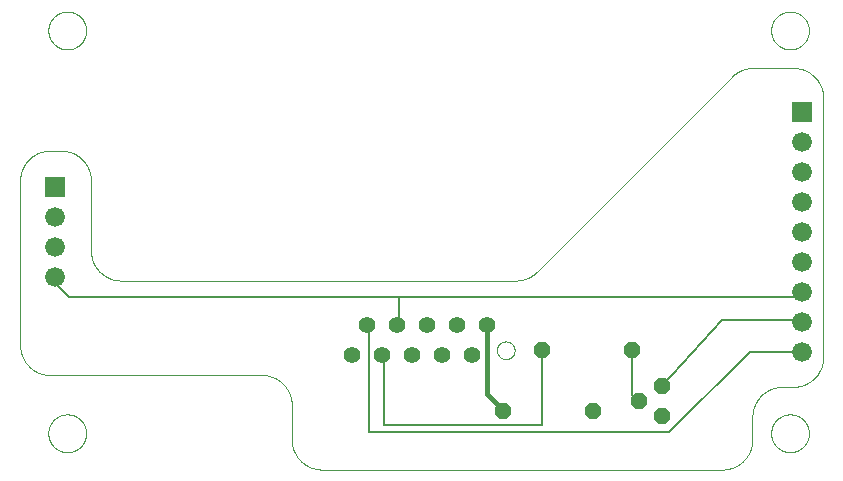
<source format=gbl>
G75*
%MOIN*%
%OFA0B0*%
%FSLAX25Y25*%
%IPPOS*%
%LPD*%
%AMOC8*
5,1,8,0,0,1.08239X$1,22.5*
%
%ADD10C,0.00000*%
%ADD11OC8,0.05200*%
%ADD12C,0.06600*%
%ADD13R,0.06600X0.06600*%
%ADD14C,0.05600*%
%ADD15C,0.00800*%
%ADD16C,0.01600*%
D10*
X0010410Y0013087D02*
X0010412Y0013245D01*
X0010418Y0013403D01*
X0010428Y0013561D01*
X0010442Y0013719D01*
X0010460Y0013876D01*
X0010481Y0014033D01*
X0010507Y0014189D01*
X0010537Y0014345D01*
X0010570Y0014500D01*
X0010608Y0014653D01*
X0010649Y0014806D01*
X0010694Y0014958D01*
X0010743Y0015109D01*
X0010796Y0015258D01*
X0010852Y0015406D01*
X0010912Y0015552D01*
X0010976Y0015697D01*
X0011044Y0015840D01*
X0011115Y0015982D01*
X0011189Y0016122D01*
X0011267Y0016259D01*
X0011349Y0016395D01*
X0011433Y0016529D01*
X0011522Y0016660D01*
X0011613Y0016789D01*
X0011708Y0016916D01*
X0011805Y0017041D01*
X0011906Y0017163D01*
X0012010Y0017282D01*
X0012117Y0017399D01*
X0012227Y0017513D01*
X0012340Y0017624D01*
X0012455Y0017733D01*
X0012573Y0017838D01*
X0012694Y0017940D01*
X0012817Y0018040D01*
X0012943Y0018136D01*
X0013071Y0018229D01*
X0013201Y0018319D01*
X0013334Y0018405D01*
X0013469Y0018489D01*
X0013605Y0018568D01*
X0013744Y0018645D01*
X0013885Y0018717D01*
X0014027Y0018787D01*
X0014171Y0018852D01*
X0014317Y0018914D01*
X0014464Y0018972D01*
X0014613Y0019027D01*
X0014763Y0019078D01*
X0014914Y0019125D01*
X0015066Y0019168D01*
X0015219Y0019207D01*
X0015374Y0019243D01*
X0015529Y0019274D01*
X0015685Y0019302D01*
X0015841Y0019326D01*
X0015998Y0019346D01*
X0016156Y0019362D01*
X0016313Y0019374D01*
X0016472Y0019382D01*
X0016630Y0019386D01*
X0016788Y0019386D01*
X0016946Y0019382D01*
X0017105Y0019374D01*
X0017262Y0019362D01*
X0017420Y0019346D01*
X0017577Y0019326D01*
X0017733Y0019302D01*
X0017889Y0019274D01*
X0018044Y0019243D01*
X0018199Y0019207D01*
X0018352Y0019168D01*
X0018504Y0019125D01*
X0018655Y0019078D01*
X0018805Y0019027D01*
X0018954Y0018972D01*
X0019101Y0018914D01*
X0019247Y0018852D01*
X0019391Y0018787D01*
X0019533Y0018717D01*
X0019674Y0018645D01*
X0019813Y0018568D01*
X0019949Y0018489D01*
X0020084Y0018405D01*
X0020217Y0018319D01*
X0020347Y0018229D01*
X0020475Y0018136D01*
X0020601Y0018040D01*
X0020724Y0017940D01*
X0020845Y0017838D01*
X0020963Y0017733D01*
X0021078Y0017624D01*
X0021191Y0017513D01*
X0021301Y0017399D01*
X0021408Y0017282D01*
X0021512Y0017163D01*
X0021613Y0017041D01*
X0021710Y0016916D01*
X0021805Y0016789D01*
X0021896Y0016660D01*
X0021985Y0016529D01*
X0022069Y0016395D01*
X0022151Y0016259D01*
X0022229Y0016122D01*
X0022303Y0015982D01*
X0022374Y0015840D01*
X0022442Y0015697D01*
X0022506Y0015552D01*
X0022566Y0015406D01*
X0022622Y0015258D01*
X0022675Y0015109D01*
X0022724Y0014958D01*
X0022769Y0014806D01*
X0022810Y0014653D01*
X0022848Y0014500D01*
X0022881Y0014345D01*
X0022911Y0014189D01*
X0022937Y0014033D01*
X0022958Y0013876D01*
X0022976Y0013719D01*
X0022990Y0013561D01*
X0023000Y0013403D01*
X0023006Y0013245D01*
X0023008Y0013087D01*
X0023006Y0012929D01*
X0023000Y0012771D01*
X0022990Y0012613D01*
X0022976Y0012455D01*
X0022958Y0012298D01*
X0022937Y0012141D01*
X0022911Y0011985D01*
X0022881Y0011829D01*
X0022848Y0011674D01*
X0022810Y0011521D01*
X0022769Y0011368D01*
X0022724Y0011216D01*
X0022675Y0011065D01*
X0022622Y0010916D01*
X0022566Y0010768D01*
X0022506Y0010622D01*
X0022442Y0010477D01*
X0022374Y0010334D01*
X0022303Y0010192D01*
X0022229Y0010052D01*
X0022151Y0009915D01*
X0022069Y0009779D01*
X0021985Y0009645D01*
X0021896Y0009514D01*
X0021805Y0009385D01*
X0021710Y0009258D01*
X0021613Y0009133D01*
X0021512Y0009011D01*
X0021408Y0008892D01*
X0021301Y0008775D01*
X0021191Y0008661D01*
X0021078Y0008550D01*
X0020963Y0008441D01*
X0020845Y0008336D01*
X0020724Y0008234D01*
X0020601Y0008134D01*
X0020475Y0008038D01*
X0020347Y0007945D01*
X0020217Y0007855D01*
X0020084Y0007769D01*
X0019949Y0007685D01*
X0019813Y0007606D01*
X0019674Y0007529D01*
X0019533Y0007457D01*
X0019391Y0007387D01*
X0019247Y0007322D01*
X0019101Y0007260D01*
X0018954Y0007202D01*
X0018805Y0007147D01*
X0018655Y0007096D01*
X0018504Y0007049D01*
X0018352Y0007006D01*
X0018199Y0006967D01*
X0018044Y0006931D01*
X0017889Y0006900D01*
X0017733Y0006872D01*
X0017577Y0006848D01*
X0017420Y0006828D01*
X0017262Y0006812D01*
X0017105Y0006800D01*
X0016946Y0006792D01*
X0016788Y0006788D01*
X0016630Y0006788D01*
X0016472Y0006792D01*
X0016313Y0006800D01*
X0016156Y0006812D01*
X0015998Y0006828D01*
X0015841Y0006848D01*
X0015685Y0006872D01*
X0015529Y0006900D01*
X0015374Y0006931D01*
X0015219Y0006967D01*
X0015066Y0007006D01*
X0014914Y0007049D01*
X0014763Y0007096D01*
X0014613Y0007147D01*
X0014464Y0007202D01*
X0014317Y0007260D01*
X0014171Y0007322D01*
X0014027Y0007387D01*
X0013885Y0007457D01*
X0013744Y0007529D01*
X0013605Y0007606D01*
X0013469Y0007685D01*
X0013334Y0007769D01*
X0013201Y0007855D01*
X0013071Y0007945D01*
X0012943Y0008038D01*
X0012817Y0008134D01*
X0012694Y0008234D01*
X0012573Y0008336D01*
X0012455Y0008441D01*
X0012340Y0008550D01*
X0012227Y0008661D01*
X0012117Y0008775D01*
X0012010Y0008892D01*
X0011906Y0009011D01*
X0011805Y0009133D01*
X0011708Y0009258D01*
X0011613Y0009385D01*
X0011522Y0009514D01*
X0011433Y0009645D01*
X0011349Y0009779D01*
X0011267Y0009915D01*
X0011189Y0010052D01*
X0011115Y0010192D01*
X0011044Y0010334D01*
X0010976Y0010477D01*
X0010912Y0010622D01*
X0010852Y0010768D01*
X0010796Y0010916D01*
X0010743Y0011065D01*
X0010694Y0011216D01*
X0010649Y0011368D01*
X0010608Y0011521D01*
X0010570Y0011674D01*
X0010537Y0011829D01*
X0010507Y0011985D01*
X0010481Y0012141D01*
X0010460Y0012298D01*
X0010442Y0012455D01*
X0010428Y0012613D01*
X0010418Y0012771D01*
X0010412Y0012929D01*
X0010410Y0013087D01*
X0011000Y0032496D02*
X0081551Y0032496D01*
X0081793Y0032493D01*
X0082034Y0032484D01*
X0082275Y0032470D01*
X0082516Y0032449D01*
X0082756Y0032423D01*
X0082996Y0032391D01*
X0083235Y0032353D01*
X0083472Y0032310D01*
X0083709Y0032260D01*
X0083944Y0032205D01*
X0084178Y0032145D01*
X0084410Y0032078D01*
X0084641Y0032007D01*
X0084870Y0031929D01*
X0085097Y0031846D01*
X0085322Y0031758D01*
X0085545Y0031664D01*
X0085765Y0031565D01*
X0085983Y0031460D01*
X0086198Y0031351D01*
X0086411Y0031236D01*
X0086621Y0031116D01*
X0086827Y0030991D01*
X0087031Y0030861D01*
X0087232Y0030726D01*
X0087429Y0030586D01*
X0087623Y0030442D01*
X0087813Y0030293D01*
X0087999Y0030139D01*
X0088182Y0029981D01*
X0088361Y0029819D01*
X0088536Y0029652D01*
X0088707Y0029481D01*
X0088874Y0029306D01*
X0089036Y0029127D01*
X0089194Y0028944D01*
X0089348Y0028758D01*
X0089497Y0028568D01*
X0089641Y0028374D01*
X0089781Y0028177D01*
X0089916Y0027976D01*
X0090046Y0027772D01*
X0090171Y0027566D01*
X0090291Y0027356D01*
X0090406Y0027143D01*
X0090515Y0026928D01*
X0090620Y0026710D01*
X0090719Y0026490D01*
X0090813Y0026267D01*
X0090901Y0026042D01*
X0090984Y0025815D01*
X0091062Y0025586D01*
X0091133Y0025355D01*
X0091200Y0025123D01*
X0091260Y0024889D01*
X0091315Y0024654D01*
X0091365Y0024417D01*
X0091408Y0024180D01*
X0091446Y0023941D01*
X0091478Y0023701D01*
X0091504Y0023461D01*
X0091525Y0023220D01*
X0091539Y0022979D01*
X0091548Y0022738D01*
X0091551Y0022496D01*
X0091551Y0011000D01*
X0091554Y0010758D01*
X0091563Y0010517D01*
X0091577Y0010276D01*
X0091598Y0010035D01*
X0091624Y0009795D01*
X0091656Y0009555D01*
X0091694Y0009316D01*
X0091737Y0009079D01*
X0091787Y0008842D01*
X0091842Y0008607D01*
X0091902Y0008373D01*
X0091969Y0008141D01*
X0092040Y0007910D01*
X0092118Y0007681D01*
X0092201Y0007454D01*
X0092289Y0007229D01*
X0092383Y0007006D01*
X0092482Y0006786D01*
X0092587Y0006568D01*
X0092696Y0006353D01*
X0092811Y0006140D01*
X0092931Y0005930D01*
X0093056Y0005724D01*
X0093186Y0005520D01*
X0093321Y0005319D01*
X0093461Y0005122D01*
X0093605Y0004928D01*
X0093754Y0004738D01*
X0093908Y0004552D01*
X0094066Y0004369D01*
X0094228Y0004190D01*
X0094395Y0004015D01*
X0094566Y0003844D01*
X0094741Y0003677D01*
X0094920Y0003515D01*
X0095103Y0003357D01*
X0095289Y0003203D01*
X0095479Y0003054D01*
X0095673Y0002910D01*
X0095870Y0002770D01*
X0096071Y0002635D01*
X0096275Y0002505D01*
X0096481Y0002380D01*
X0096691Y0002260D01*
X0096904Y0002145D01*
X0097119Y0002036D01*
X0097337Y0001931D01*
X0097557Y0001832D01*
X0097780Y0001738D01*
X0098005Y0001650D01*
X0098232Y0001567D01*
X0098461Y0001489D01*
X0098692Y0001418D01*
X0098924Y0001351D01*
X0099158Y0001291D01*
X0099393Y0001236D01*
X0099630Y0001186D01*
X0099867Y0001143D01*
X0100106Y0001105D01*
X0100346Y0001073D01*
X0100586Y0001047D01*
X0100827Y0001026D01*
X0101068Y0001012D01*
X0101309Y0001003D01*
X0101551Y0001000D01*
X0235094Y0001000D01*
X0235336Y0001003D01*
X0235577Y0001012D01*
X0235818Y0001026D01*
X0236059Y0001047D01*
X0236299Y0001073D01*
X0236539Y0001105D01*
X0236778Y0001143D01*
X0237015Y0001186D01*
X0237252Y0001236D01*
X0237487Y0001291D01*
X0237721Y0001351D01*
X0237953Y0001418D01*
X0238184Y0001489D01*
X0238413Y0001567D01*
X0238640Y0001650D01*
X0238865Y0001738D01*
X0239088Y0001832D01*
X0239308Y0001931D01*
X0239526Y0002036D01*
X0239741Y0002145D01*
X0239954Y0002260D01*
X0240164Y0002380D01*
X0240370Y0002505D01*
X0240574Y0002635D01*
X0240775Y0002770D01*
X0240972Y0002910D01*
X0241166Y0003054D01*
X0241356Y0003203D01*
X0241542Y0003357D01*
X0241725Y0003515D01*
X0241904Y0003677D01*
X0242079Y0003844D01*
X0242250Y0004015D01*
X0242417Y0004190D01*
X0242579Y0004369D01*
X0242737Y0004552D01*
X0242891Y0004738D01*
X0243040Y0004928D01*
X0243184Y0005122D01*
X0243324Y0005319D01*
X0243459Y0005520D01*
X0243589Y0005724D01*
X0243714Y0005930D01*
X0243834Y0006140D01*
X0243949Y0006353D01*
X0244058Y0006568D01*
X0244163Y0006786D01*
X0244262Y0007006D01*
X0244356Y0007229D01*
X0244444Y0007454D01*
X0244527Y0007681D01*
X0244605Y0007910D01*
X0244676Y0008141D01*
X0244743Y0008373D01*
X0244803Y0008607D01*
X0244858Y0008842D01*
X0244908Y0009079D01*
X0244951Y0009316D01*
X0244989Y0009555D01*
X0245021Y0009795D01*
X0245047Y0010035D01*
X0245068Y0010276D01*
X0245082Y0010517D01*
X0245091Y0010758D01*
X0245094Y0011000D01*
X0245094Y0018559D01*
X0245097Y0018801D01*
X0245106Y0019042D01*
X0245120Y0019283D01*
X0245141Y0019524D01*
X0245167Y0019764D01*
X0245199Y0020004D01*
X0245237Y0020243D01*
X0245280Y0020480D01*
X0245330Y0020717D01*
X0245385Y0020952D01*
X0245445Y0021186D01*
X0245512Y0021418D01*
X0245583Y0021649D01*
X0245661Y0021878D01*
X0245744Y0022105D01*
X0245832Y0022330D01*
X0245926Y0022553D01*
X0246025Y0022773D01*
X0246130Y0022991D01*
X0246239Y0023206D01*
X0246354Y0023419D01*
X0246474Y0023629D01*
X0246599Y0023835D01*
X0246729Y0024039D01*
X0246864Y0024240D01*
X0247004Y0024437D01*
X0247148Y0024631D01*
X0247297Y0024821D01*
X0247451Y0025007D01*
X0247609Y0025190D01*
X0247771Y0025369D01*
X0247938Y0025544D01*
X0248109Y0025715D01*
X0248284Y0025882D01*
X0248463Y0026044D01*
X0248646Y0026202D01*
X0248832Y0026356D01*
X0249022Y0026505D01*
X0249216Y0026649D01*
X0249413Y0026789D01*
X0249614Y0026924D01*
X0249818Y0027054D01*
X0250024Y0027179D01*
X0250234Y0027299D01*
X0250447Y0027414D01*
X0250662Y0027523D01*
X0250880Y0027628D01*
X0251100Y0027727D01*
X0251323Y0027821D01*
X0251548Y0027909D01*
X0251775Y0027992D01*
X0252004Y0028070D01*
X0252235Y0028141D01*
X0252467Y0028208D01*
X0252701Y0028268D01*
X0252936Y0028323D01*
X0253173Y0028373D01*
X0253410Y0028416D01*
X0253649Y0028454D01*
X0253889Y0028486D01*
X0254129Y0028512D01*
X0254370Y0028533D01*
X0254611Y0028547D01*
X0254852Y0028556D01*
X0255094Y0028559D01*
X0258717Y0028559D01*
X0258959Y0028562D01*
X0259200Y0028571D01*
X0259441Y0028585D01*
X0259682Y0028606D01*
X0259922Y0028632D01*
X0260162Y0028664D01*
X0260401Y0028702D01*
X0260638Y0028745D01*
X0260875Y0028795D01*
X0261110Y0028850D01*
X0261344Y0028910D01*
X0261576Y0028977D01*
X0261807Y0029048D01*
X0262036Y0029126D01*
X0262263Y0029209D01*
X0262488Y0029297D01*
X0262711Y0029391D01*
X0262931Y0029490D01*
X0263149Y0029595D01*
X0263364Y0029704D01*
X0263577Y0029819D01*
X0263787Y0029939D01*
X0263993Y0030064D01*
X0264197Y0030194D01*
X0264398Y0030329D01*
X0264595Y0030469D01*
X0264789Y0030613D01*
X0264979Y0030762D01*
X0265165Y0030916D01*
X0265348Y0031074D01*
X0265527Y0031236D01*
X0265702Y0031403D01*
X0265873Y0031574D01*
X0266040Y0031749D01*
X0266202Y0031928D01*
X0266360Y0032111D01*
X0266514Y0032297D01*
X0266663Y0032487D01*
X0266807Y0032681D01*
X0266947Y0032878D01*
X0267082Y0033079D01*
X0267212Y0033283D01*
X0267337Y0033489D01*
X0267457Y0033699D01*
X0267572Y0033912D01*
X0267681Y0034127D01*
X0267786Y0034345D01*
X0267885Y0034565D01*
X0267979Y0034788D01*
X0268067Y0035013D01*
X0268150Y0035240D01*
X0268228Y0035469D01*
X0268299Y0035700D01*
X0268366Y0035932D01*
X0268426Y0036166D01*
X0268481Y0036401D01*
X0268531Y0036638D01*
X0268574Y0036875D01*
X0268612Y0037114D01*
X0268644Y0037354D01*
X0268670Y0037594D01*
X0268691Y0037835D01*
X0268705Y0038076D01*
X0268714Y0038317D01*
X0268717Y0038559D01*
X0268717Y0124858D01*
X0268714Y0125100D01*
X0268705Y0125341D01*
X0268691Y0125582D01*
X0268670Y0125823D01*
X0268644Y0126063D01*
X0268612Y0126303D01*
X0268574Y0126542D01*
X0268531Y0126779D01*
X0268481Y0127016D01*
X0268426Y0127251D01*
X0268366Y0127485D01*
X0268299Y0127717D01*
X0268228Y0127948D01*
X0268150Y0128177D01*
X0268067Y0128404D01*
X0267979Y0128629D01*
X0267885Y0128852D01*
X0267786Y0129072D01*
X0267681Y0129290D01*
X0267572Y0129505D01*
X0267457Y0129718D01*
X0267337Y0129928D01*
X0267212Y0130134D01*
X0267082Y0130338D01*
X0266947Y0130539D01*
X0266807Y0130736D01*
X0266663Y0130930D01*
X0266514Y0131120D01*
X0266360Y0131306D01*
X0266202Y0131489D01*
X0266040Y0131668D01*
X0265873Y0131843D01*
X0265702Y0132014D01*
X0265527Y0132181D01*
X0265348Y0132343D01*
X0265165Y0132501D01*
X0264979Y0132655D01*
X0264789Y0132804D01*
X0264595Y0132948D01*
X0264398Y0133088D01*
X0264197Y0133223D01*
X0263993Y0133353D01*
X0263787Y0133478D01*
X0263577Y0133598D01*
X0263364Y0133713D01*
X0263149Y0133822D01*
X0262931Y0133927D01*
X0262711Y0134026D01*
X0262488Y0134120D01*
X0262263Y0134208D01*
X0262036Y0134291D01*
X0261807Y0134369D01*
X0261576Y0134440D01*
X0261344Y0134507D01*
X0261110Y0134567D01*
X0260875Y0134622D01*
X0260638Y0134672D01*
X0260401Y0134715D01*
X0260162Y0134753D01*
X0259922Y0134785D01*
X0259682Y0134811D01*
X0259441Y0134832D01*
X0259200Y0134846D01*
X0258959Y0134855D01*
X0258717Y0134858D01*
X0245300Y0134858D01*
X0238229Y0131929D02*
X0173220Y0066921D01*
X0166149Y0063992D02*
X0034622Y0063992D01*
X0034380Y0063995D01*
X0034139Y0064004D01*
X0033898Y0064018D01*
X0033657Y0064039D01*
X0033417Y0064065D01*
X0033177Y0064097D01*
X0032938Y0064135D01*
X0032701Y0064178D01*
X0032464Y0064228D01*
X0032229Y0064283D01*
X0031995Y0064343D01*
X0031763Y0064410D01*
X0031532Y0064481D01*
X0031303Y0064559D01*
X0031076Y0064642D01*
X0030851Y0064730D01*
X0030628Y0064824D01*
X0030408Y0064923D01*
X0030190Y0065028D01*
X0029975Y0065137D01*
X0029762Y0065252D01*
X0029552Y0065372D01*
X0029346Y0065497D01*
X0029142Y0065627D01*
X0028941Y0065762D01*
X0028744Y0065902D01*
X0028550Y0066046D01*
X0028360Y0066195D01*
X0028174Y0066349D01*
X0027991Y0066507D01*
X0027812Y0066669D01*
X0027637Y0066836D01*
X0027466Y0067007D01*
X0027299Y0067182D01*
X0027137Y0067361D01*
X0026979Y0067544D01*
X0026825Y0067730D01*
X0026676Y0067920D01*
X0026532Y0068114D01*
X0026392Y0068311D01*
X0026257Y0068512D01*
X0026127Y0068716D01*
X0026002Y0068922D01*
X0025882Y0069132D01*
X0025767Y0069345D01*
X0025658Y0069560D01*
X0025553Y0069778D01*
X0025454Y0069998D01*
X0025360Y0070221D01*
X0025272Y0070446D01*
X0025189Y0070673D01*
X0025111Y0070902D01*
X0025040Y0071133D01*
X0024973Y0071365D01*
X0024913Y0071599D01*
X0024858Y0071834D01*
X0024808Y0072071D01*
X0024765Y0072308D01*
X0024727Y0072547D01*
X0024695Y0072787D01*
X0024669Y0073027D01*
X0024648Y0073268D01*
X0024634Y0073509D01*
X0024625Y0073750D01*
X0024622Y0073992D01*
X0024622Y0097299D01*
X0024619Y0097541D01*
X0024610Y0097782D01*
X0024596Y0098023D01*
X0024575Y0098264D01*
X0024549Y0098504D01*
X0024517Y0098744D01*
X0024479Y0098983D01*
X0024436Y0099220D01*
X0024386Y0099457D01*
X0024331Y0099692D01*
X0024271Y0099926D01*
X0024204Y0100158D01*
X0024133Y0100389D01*
X0024055Y0100618D01*
X0023972Y0100845D01*
X0023884Y0101070D01*
X0023790Y0101293D01*
X0023691Y0101513D01*
X0023586Y0101731D01*
X0023477Y0101946D01*
X0023362Y0102159D01*
X0023242Y0102369D01*
X0023117Y0102575D01*
X0022987Y0102779D01*
X0022852Y0102980D01*
X0022712Y0103177D01*
X0022568Y0103371D01*
X0022419Y0103561D01*
X0022265Y0103747D01*
X0022107Y0103930D01*
X0021945Y0104109D01*
X0021778Y0104284D01*
X0021607Y0104455D01*
X0021432Y0104622D01*
X0021253Y0104784D01*
X0021070Y0104942D01*
X0020884Y0105096D01*
X0020694Y0105245D01*
X0020500Y0105389D01*
X0020303Y0105529D01*
X0020102Y0105664D01*
X0019898Y0105794D01*
X0019692Y0105919D01*
X0019482Y0106039D01*
X0019269Y0106154D01*
X0019054Y0106263D01*
X0018836Y0106368D01*
X0018616Y0106467D01*
X0018393Y0106561D01*
X0018168Y0106649D01*
X0017941Y0106732D01*
X0017712Y0106810D01*
X0017481Y0106881D01*
X0017249Y0106948D01*
X0017015Y0107008D01*
X0016780Y0107063D01*
X0016543Y0107113D01*
X0016306Y0107156D01*
X0016067Y0107194D01*
X0015827Y0107226D01*
X0015587Y0107252D01*
X0015346Y0107273D01*
X0015105Y0107287D01*
X0014864Y0107296D01*
X0014622Y0107299D01*
X0011000Y0107299D01*
X0010758Y0107296D01*
X0010517Y0107287D01*
X0010276Y0107273D01*
X0010035Y0107252D01*
X0009795Y0107226D01*
X0009555Y0107194D01*
X0009316Y0107156D01*
X0009079Y0107113D01*
X0008842Y0107063D01*
X0008607Y0107008D01*
X0008373Y0106948D01*
X0008141Y0106881D01*
X0007910Y0106810D01*
X0007681Y0106732D01*
X0007454Y0106649D01*
X0007229Y0106561D01*
X0007006Y0106467D01*
X0006786Y0106368D01*
X0006568Y0106263D01*
X0006353Y0106154D01*
X0006140Y0106039D01*
X0005930Y0105919D01*
X0005724Y0105794D01*
X0005520Y0105664D01*
X0005319Y0105529D01*
X0005122Y0105389D01*
X0004928Y0105245D01*
X0004738Y0105096D01*
X0004552Y0104942D01*
X0004369Y0104784D01*
X0004190Y0104622D01*
X0004015Y0104455D01*
X0003844Y0104284D01*
X0003677Y0104109D01*
X0003515Y0103930D01*
X0003357Y0103747D01*
X0003203Y0103561D01*
X0003054Y0103371D01*
X0002910Y0103177D01*
X0002770Y0102980D01*
X0002635Y0102779D01*
X0002505Y0102575D01*
X0002380Y0102369D01*
X0002260Y0102159D01*
X0002145Y0101946D01*
X0002036Y0101731D01*
X0001931Y0101513D01*
X0001832Y0101293D01*
X0001738Y0101070D01*
X0001650Y0100845D01*
X0001567Y0100618D01*
X0001489Y0100389D01*
X0001418Y0100158D01*
X0001351Y0099926D01*
X0001291Y0099692D01*
X0001236Y0099457D01*
X0001186Y0099220D01*
X0001143Y0098983D01*
X0001105Y0098744D01*
X0001073Y0098504D01*
X0001047Y0098264D01*
X0001026Y0098023D01*
X0001012Y0097782D01*
X0001003Y0097541D01*
X0001000Y0097299D01*
X0001000Y0042496D01*
X0001003Y0042254D01*
X0001012Y0042013D01*
X0001026Y0041772D01*
X0001047Y0041531D01*
X0001073Y0041291D01*
X0001105Y0041051D01*
X0001143Y0040812D01*
X0001186Y0040575D01*
X0001236Y0040338D01*
X0001291Y0040103D01*
X0001351Y0039869D01*
X0001418Y0039637D01*
X0001489Y0039406D01*
X0001567Y0039177D01*
X0001650Y0038950D01*
X0001738Y0038725D01*
X0001832Y0038502D01*
X0001931Y0038282D01*
X0002036Y0038064D01*
X0002145Y0037849D01*
X0002260Y0037636D01*
X0002380Y0037426D01*
X0002505Y0037220D01*
X0002635Y0037016D01*
X0002770Y0036815D01*
X0002910Y0036618D01*
X0003054Y0036424D01*
X0003203Y0036234D01*
X0003357Y0036048D01*
X0003515Y0035865D01*
X0003677Y0035686D01*
X0003844Y0035511D01*
X0004015Y0035340D01*
X0004190Y0035173D01*
X0004369Y0035011D01*
X0004552Y0034853D01*
X0004738Y0034699D01*
X0004928Y0034550D01*
X0005122Y0034406D01*
X0005319Y0034266D01*
X0005520Y0034131D01*
X0005724Y0034001D01*
X0005930Y0033876D01*
X0006140Y0033756D01*
X0006353Y0033641D01*
X0006568Y0033532D01*
X0006786Y0033427D01*
X0007006Y0033328D01*
X0007229Y0033234D01*
X0007454Y0033146D01*
X0007681Y0033063D01*
X0007910Y0032985D01*
X0008141Y0032914D01*
X0008373Y0032847D01*
X0008607Y0032787D01*
X0008842Y0032732D01*
X0009079Y0032682D01*
X0009316Y0032639D01*
X0009555Y0032601D01*
X0009795Y0032569D01*
X0010035Y0032543D01*
X0010276Y0032522D01*
X0010517Y0032508D01*
X0010758Y0032499D01*
X0011000Y0032496D01*
X0159937Y0040744D02*
X0159939Y0040852D01*
X0159945Y0040961D01*
X0159955Y0041069D01*
X0159969Y0041176D01*
X0159987Y0041283D01*
X0160008Y0041390D01*
X0160034Y0041495D01*
X0160064Y0041600D01*
X0160097Y0041703D01*
X0160134Y0041805D01*
X0160175Y0041905D01*
X0160219Y0042004D01*
X0160268Y0042102D01*
X0160319Y0042197D01*
X0160374Y0042290D01*
X0160433Y0042382D01*
X0160495Y0042471D01*
X0160560Y0042558D01*
X0160628Y0042642D01*
X0160699Y0042724D01*
X0160773Y0042803D01*
X0160850Y0042879D01*
X0160930Y0042953D01*
X0161013Y0043023D01*
X0161098Y0043091D01*
X0161185Y0043155D01*
X0161275Y0043216D01*
X0161367Y0043274D01*
X0161461Y0043328D01*
X0161557Y0043379D01*
X0161654Y0043426D01*
X0161754Y0043470D01*
X0161855Y0043510D01*
X0161957Y0043546D01*
X0162060Y0043578D01*
X0162165Y0043607D01*
X0162271Y0043631D01*
X0162377Y0043652D01*
X0162484Y0043669D01*
X0162592Y0043682D01*
X0162700Y0043691D01*
X0162809Y0043696D01*
X0162917Y0043697D01*
X0163026Y0043694D01*
X0163134Y0043687D01*
X0163242Y0043676D01*
X0163349Y0043661D01*
X0163456Y0043642D01*
X0163562Y0043619D01*
X0163667Y0043593D01*
X0163772Y0043562D01*
X0163874Y0043528D01*
X0163976Y0043490D01*
X0164076Y0043448D01*
X0164175Y0043403D01*
X0164272Y0043354D01*
X0164366Y0043301D01*
X0164459Y0043245D01*
X0164550Y0043186D01*
X0164639Y0043123D01*
X0164725Y0043058D01*
X0164809Y0042989D01*
X0164890Y0042917D01*
X0164968Y0042842D01*
X0165044Y0042764D01*
X0165117Y0042683D01*
X0165187Y0042600D01*
X0165253Y0042515D01*
X0165317Y0042427D01*
X0165377Y0042336D01*
X0165434Y0042244D01*
X0165487Y0042149D01*
X0165537Y0042053D01*
X0165583Y0041955D01*
X0165626Y0041855D01*
X0165665Y0041754D01*
X0165700Y0041651D01*
X0165732Y0041548D01*
X0165759Y0041443D01*
X0165783Y0041337D01*
X0165803Y0041230D01*
X0165819Y0041123D01*
X0165831Y0041015D01*
X0165839Y0040907D01*
X0165843Y0040798D01*
X0165843Y0040690D01*
X0165839Y0040581D01*
X0165831Y0040473D01*
X0165819Y0040365D01*
X0165803Y0040258D01*
X0165783Y0040151D01*
X0165759Y0040045D01*
X0165732Y0039940D01*
X0165700Y0039837D01*
X0165665Y0039734D01*
X0165626Y0039633D01*
X0165583Y0039533D01*
X0165537Y0039435D01*
X0165487Y0039339D01*
X0165434Y0039244D01*
X0165377Y0039152D01*
X0165317Y0039061D01*
X0165253Y0038973D01*
X0165187Y0038888D01*
X0165117Y0038805D01*
X0165044Y0038724D01*
X0164968Y0038646D01*
X0164890Y0038571D01*
X0164809Y0038499D01*
X0164725Y0038430D01*
X0164639Y0038365D01*
X0164550Y0038302D01*
X0164459Y0038243D01*
X0164367Y0038187D01*
X0164272Y0038134D01*
X0164175Y0038085D01*
X0164076Y0038040D01*
X0163976Y0037998D01*
X0163874Y0037960D01*
X0163772Y0037926D01*
X0163667Y0037895D01*
X0163562Y0037869D01*
X0163456Y0037846D01*
X0163349Y0037827D01*
X0163242Y0037812D01*
X0163134Y0037801D01*
X0163026Y0037794D01*
X0162917Y0037791D01*
X0162809Y0037792D01*
X0162700Y0037797D01*
X0162592Y0037806D01*
X0162484Y0037819D01*
X0162377Y0037836D01*
X0162271Y0037857D01*
X0162165Y0037881D01*
X0162060Y0037910D01*
X0161957Y0037942D01*
X0161855Y0037978D01*
X0161754Y0038018D01*
X0161654Y0038062D01*
X0161557Y0038109D01*
X0161461Y0038160D01*
X0161367Y0038214D01*
X0161275Y0038272D01*
X0161185Y0038333D01*
X0161098Y0038397D01*
X0161013Y0038465D01*
X0160930Y0038535D01*
X0160850Y0038609D01*
X0160773Y0038685D01*
X0160699Y0038764D01*
X0160628Y0038846D01*
X0160560Y0038930D01*
X0160495Y0039017D01*
X0160433Y0039106D01*
X0160374Y0039198D01*
X0160319Y0039291D01*
X0160268Y0039386D01*
X0160219Y0039484D01*
X0160175Y0039583D01*
X0160134Y0039683D01*
X0160097Y0039785D01*
X0160064Y0039888D01*
X0160034Y0039993D01*
X0160008Y0040098D01*
X0159987Y0040205D01*
X0159969Y0040312D01*
X0159955Y0040419D01*
X0159945Y0040527D01*
X0159939Y0040636D01*
X0159937Y0040744D01*
X0166149Y0063992D02*
X0166387Y0063995D01*
X0166625Y0064003D01*
X0166862Y0064017D01*
X0167100Y0064037D01*
X0167336Y0064063D01*
X0167572Y0064094D01*
X0167807Y0064130D01*
X0168042Y0064173D01*
X0168275Y0064221D01*
X0168507Y0064274D01*
X0168737Y0064333D01*
X0168966Y0064397D01*
X0169194Y0064467D01*
X0169420Y0064542D01*
X0169644Y0064623D01*
X0169866Y0064708D01*
X0170086Y0064799D01*
X0170303Y0064896D01*
X0170518Y0064997D01*
X0170731Y0065104D01*
X0170941Y0065215D01*
X0171149Y0065332D01*
X0171354Y0065453D01*
X0171555Y0065579D01*
X0171754Y0065711D01*
X0171950Y0065846D01*
X0172142Y0065987D01*
X0172331Y0066131D01*
X0172516Y0066281D01*
X0172698Y0066435D01*
X0172876Y0066592D01*
X0173050Y0066755D01*
X0173220Y0066921D01*
X0251355Y0013087D02*
X0251357Y0013245D01*
X0251363Y0013403D01*
X0251373Y0013561D01*
X0251387Y0013719D01*
X0251405Y0013876D01*
X0251426Y0014033D01*
X0251452Y0014189D01*
X0251482Y0014345D01*
X0251515Y0014500D01*
X0251553Y0014653D01*
X0251594Y0014806D01*
X0251639Y0014958D01*
X0251688Y0015109D01*
X0251741Y0015258D01*
X0251797Y0015406D01*
X0251857Y0015552D01*
X0251921Y0015697D01*
X0251989Y0015840D01*
X0252060Y0015982D01*
X0252134Y0016122D01*
X0252212Y0016259D01*
X0252294Y0016395D01*
X0252378Y0016529D01*
X0252467Y0016660D01*
X0252558Y0016789D01*
X0252653Y0016916D01*
X0252750Y0017041D01*
X0252851Y0017163D01*
X0252955Y0017282D01*
X0253062Y0017399D01*
X0253172Y0017513D01*
X0253285Y0017624D01*
X0253400Y0017733D01*
X0253518Y0017838D01*
X0253639Y0017940D01*
X0253762Y0018040D01*
X0253888Y0018136D01*
X0254016Y0018229D01*
X0254146Y0018319D01*
X0254279Y0018405D01*
X0254414Y0018489D01*
X0254550Y0018568D01*
X0254689Y0018645D01*
X0254830Y0018717D01*
X0254972Y0018787D01*
X0255116Y0018852D01*
X0255262Y0018914D01*
X0255409Y0018972D01*
X0255558Y0019027D01*
X0255708Y0019078D01*
X0255859Y0019125D01*
X0256011Y0019168D01*
X0256164Y0019207D01*
X0256319Y0019243D01*
X0256474Y0019274D01*
X0256630Y0019302D01*
X0256786Y0019326D01*
X0256943Y0019346D01*
X0257101Y0019362D01*
X0257258Y0019374D01*
X0257417Y0019382D01*
X0257575Y0019386D01*
X0257733Y0019386D01*
X0257891Y0019382D01*
X0258050Y0019374D01*
X0258207Y0019362D01*
X0258365Y0019346D01*
X0258522Y0019326D01*
X0258678Y0019302D01*
X0258834Y0019274D01*
X0258989Y0019243D01*
X0259144Y0019207D01*
X0259297Y0019168D01*
X0259449Y0019125D01*
X0259600Y0019078D01*
X0259750Y0019027D01*
X0259899Y0018972D01*
X0260046Y0018914D01*
X0260192Y0018852D01*
X0260336Y0018787D01*
X0260478Y0018717D01*
X0260619Y0018645D01*
X0260758Y0018568D01*
X0260894Y0018489D01*
X0261029Y0018405D01*
X0261162Y0018319D01*
X0261292Y0018229D01*
X0261420Y0018136D01*
X0261546Y0018040D01*
X0261669Y0017940D01*
X0261790Y0017838D01*
X0261908Y0017733D01*
X0262023Y0017624D01*
X0262136Y0017513D01*
X0262246Y0017399D01*
X0262353Y0017282D01*
X0262457Y0017163D01*
X0262558Y0017041D01*
X0262655Y0016916D01*
X0262750Y0016789D01*
X0262841Y0016660D01*
X0262930Y0016529D01*
X0263014Y0016395D01*
X0263096Y0016259D01*
X0263174Y0016122D01*
X0263248Y0015982D01*
X0263319Y0015840D01*
X0263387Y0015697D01*
X0263451Y0015552D01*
X0263511Y0015406D01*
X0263567Y0015258D01*
X0263620Y0015109D01*
X0263669Y0014958D01*
X0263714Y0014806D01*
X0263755Y0014653D01*
X0263793Y0014500D01*
X0263826Y0014345D01*
X0263856Y0014189D01*
X0263882Y0014033D01*
X0263903Y0013876D01*
X0263921Y0013719D01*
X0263935Y0013561D01*
X0263945Y0013403D01*
X0263951Y0013245D01*
X0263953Y0013087D01*
X0263951Y0012929D01*
X0263945Y0012771D01*
X0263935Y0012613D01*
X0263921Y0012455D01*
X0263903Y0012298D01*
X0263882Y0012141D01*
X0263856Y0011985D01*
X0263826Y0011829D01*
X0263793Y0011674D01*
X0263755Y0011521D01*
X0263714Y0011368D01*
X0263669Y0011216D01*
X0263620Y0011065D01*
X0263567Y0010916D01*
X0263511Y0010768D01*
X0263451Y0010622D01*
X0263387Y0010477D01*
X0263319Y0010334D01*
X0263248Y0010192D01*
X0263174Y0010052D01*
X0263096Y0009915D01*
X0263014Y0009779D01*
X0262930Y0009645D01*
X0262841Y0009514D01*
X0262750Y0009385D01*
X0262655Y0009258D01*
X0262558Y0009133D01*
X0262457Y0009011D01*
X0262353Y0008892D01*
X0262246Y0008775D01*
X0262136Y0008661D01*
X0262023Y0008550D01*
X0261908Y0008441D01*
X0261790Y0008336D01*
X0261669Y0008234D01*
X0261546Y0008134D01*
X0261420Y0008038D01*
X0261292Y0007945D01*
X0261162Y0007855D01*
X0261029Y0007769D01*
X0260894Y0007685D01*
X0260758Y0007606D01*
X0260619Y0007529D01*
X0260478Y0007457D01*
X0260336Y0007387D01*
X0260192Y0007322D01*
X0260046Y0007260D01*
X0259899Y0007202D01*
X0259750Y0007147D01*
X0259600Y0007096D01*
X0259449Y0007049D01*
X0259297Y0007006D01*
X0259144Y0006967D01*
X0258989Y0006931D01*
X0258834Y0006900D01*
X0258678Y0006872D01*
X0258522Y0006848D01*
X0258365Y0006828D01*
X0258207Y0006812D01*
X0258050Y0006800D01*
X0257891Y0006792D01*
X0257733Y0006788D01*
X0257575Y0006788D01*
X0257417Y0006792D01*
X0257258Y0006800D01*
X0257101Y0006812D01*
X0256943Y0006828D01*
X0256786Y0006848D01*
X0256630Y0006872D01*
X0256474Y0006900D01*
X0256319Y0006931D01*
X0256164Y0006967D01*
X0256011Y0007006D01*
X0255859Y0007049D01*
X0255708Y0007096D01*
X0255558Y0007147D01*
X0255409Y0007202D01*
X0255262Y0007260D01*
X0255116Y0007322D01*
X0254972Y0007387D01*
X0254830Y0007457D01*
X0254689Y0007529D01*
X0254550Y0007606D01*
X0254414Y0007685D01*
X0254279Y0007769D01*
X0254146Y0007855D01*
X0254016Y0007945D01*
X0253888Y0008038D01*
X0253762Y0008134D01*
X0253639Y0008234D01*
X0253518Y0008336D01*
X0253400Y0008441D01*
X0253285Y0008550D01*
X0253172Y0008661D01*
X0253062Y0008775D01*
X0252955Y0008892D01*
X0252851Y0009011D01*
X0252750Y0009133D01*
X0252653Y0009258D01*
X0252558Y0009385D01*
X0252467Y0009514D01*
X0252378Y0009645D01*
X0252294Y0009779D01*
X0252212Y0009915D01*
X0252134Y0010052D01*
X0252060Y0010192D01*
X0251989Y0010334D01*
X0251921Y0010477D01*
X0251857Y0010622D01*
X0251797Y0010768D01*
X0251741Y0010916D01*
X0251688Y0011065D01*
X0251639Y0011216D01*
X0251594Y0011368D01*
X0251553Y0011521D01*
X0251515Y0011674D01*
X0251482Y0011829D01*
X0251452Y0011985D01*
X0251426Y0012141D01*
X0251405Y0012298D01*
X0251387Y0012455D01*
X0251373Y0012613D01*
X0251363Y0012771D01*
X0251357Y0012929D01*
X0251355Y0013087D01*
X0238229Y0131929D02*
X0238399Y0132095D01*
X0238573Y0132258D01*
X0238751Y0132415D01*
X0238933Y0132569D01*
X0239118Y0132719D01*
X0239307Y0132863D01*
X0239499Y0133004D01*
X0239695Y0133139D01*
X0239894Y0133271D01*
X0240095Y0133397D01*
X0240300Y0133518D01*
X0240508Y0133635D01*
X0240718Y0133746D01*
X0240931Y0133853D01*
X0241146Y0133954D01*
X0241363Y0134051D01*
X0241583Y0134142D01*
X0241805Y0134227D01*
X0242029Y0134308D01*
X0242255Y0134383D01*
X0242483Y0134453D01*
X0242712Y0134517D01*
X0242942Y0134576D01*
X0243174Y0134629D01*
X0243407Y0134677D01*
X0243642Y0134720D01*
X0243877Y0134756D01*
X0244113Y0134787D01*
X0244349Y0134813D01*
X0244587Y0134833D01*
X0244824Y0134847D01*
X0245062Y0134855D01*
X0245300Y0134858D01*
X0251355Y0147339D02*
X0251357Y0147497D01*
X0251363Y0147655D01*
X0251373Y0147813D01*
X0251387Y0147971D01*
X0251405Y0148128D01*
X0251426Y0148285D01*
X0251452Y0148441D01*
X0251482Y0148597D01*
X0251515Y0148752D01*
X0251553Y0148905D01*
X0251594Y0149058D01*
X0251639Y0149210D01*
X0251688Y0149361D01*
X0251741Y0149510D01*
X0251797Y0149658D01*
X0251857Y0149804D01*
X0251921Y0149949D01*
X0251989Y0150092D01*
X0252060Y0150234D01*
X0252134Y0150374D01*
X0252212Y0150511D01*
X0252294Y0150647D01*
X0252378Y0150781D01*
X0252467Y0150912D01*
X0252558Y0151041D01*
X0252653Y0151168D01*
X0252750Y0151293D01*
X0252851Y0151415D01*
X0252955Y0151534D01*
X0253062Y0151651D01*
X0253172Y0151765D01*
X0253285Y0151876D01*
X0253400Y0151985D01*
X0253518Y0152090D01*
X0253639Y0152192D01*
X0253762Y0152292D01*
X0253888Y0152388D01*
X0254016Y0152481D01*
X0254146Y0152571D01*
X0254279Y0152657D01*
X0254414Y0152741D01*
X0254550Y0152820D01*
X0254689Y0152897D01*
X0254830Y0152969D01*
X0254972Y0153039D01*
X0255116Y0153104D01*
X0255262Y0153166D01*
X0255409Y0153224D01*
X0255558Y0153279D01*
X0255708Y0153330D01*
X0255859Y0153377D01*
X0256011Y0153420D01*
X0256164Y0153459D01*
X0256319Y0153495D01*
X0256474Y0153526D01*
X0256630Y0153554D01*
X0256786Y0153578D01*
X0256943Y0153598D01*
X0257101Y0153614D01*
X0257258Y0153626D01*
X0257417Y0153634D01*
X0257575Y0153638D01*
X0257733Y0153638D01*
X0257891Y0153634D01*
X0258050Y0153626D01*
X0258207Y0153614D01*
X0258365Y0153598D01*
X0258522Y0153578D01*
X0258678Y0153554D01*
X0258834Y0153526D01*
X0258989Y0153495D01*
X0259144Y0153459D01*
X0259297Y0153420D01*
X0259449Y0153377D01*
X0259600Y0153330D01*
X0259750Y0153279D01*
X0259899Y0153224D01*
X0260046Y0153166D01*
X0260192Y0153104D01*
X0260336Y0153039D01*
X0260478Y0152969D01*
X0260619Y0152897D01*
X0260758Y0152820D01*
X0260894Y0152741D01*
X0261029Y0152657D01*
X0261162Y0152571D01*
X0261292Y0152481D01*
X0261420Y0152388D01*
X0261546Y0152292D01*
X0261669Y0152192D01*
X0261790Y0152090D01*
X0261908Y0151985D01*
X0262023Y0151876D01*
X0262136Y0151765D01*
X0262246Y0151651D01*
X0262353Y0151534D01*
X0262457Y0151415D01*
X0262558Y0151293D01*
X0262655Y0151168D01*
X0262750Y0151041D01*
X0262841Y0150912D01*
X0262930Y0150781D01*
X0263014Y0150647D01*
X0263096Y0150511D01*
X0263174Y0150374D01*
X0263248Y0150234D01*
X0263319Y0150092D01*
X0263387Y0149949D01*
X0263451Y0149804D01*
X0263511Y0149658D01*
X0263567Y0149510D01*
X0263620Y0149361D01*
X0263669Y0149210D01*
X0263714Y0149058D01*
X0263755Y0148905D01*
X0263793Y0148752D01*
X0263826Y0148597D01*
X0263856Y0148441D01*
X0263882Y0148285D01*
X0263903Y0148128D01*
X0263921Y0147971D01*
X0263935Y0147813D01*
X0263945Y0147655D01*
X0263951Y0147497D01*
X0263953Y0147339D01*
X0263951Y0147181D01*
X0263945Y0147023D01*
X0263935Y0146865D01*
X0263921Y0146707D01*
X0263903Y0146550D01*
X0263882Y0146393D01*
X0263856Y0146237D01*
X0263826Y0146081D01*
X0263793Y0145926D01*
X0263755Y0145773D01*
X0263714Y0145620D01*
X0263669Y0145468D01*
X0263620Y0145317D01*
X0263567Y0145168D01*
X0263511Y0145020D01*
X0263451Y0144874D01*
X0263387Y0144729D01*
X0263319Y0144586D01*
X0263248Y0144444D01*
X0263174Y0144304D01*
X0263096Y0144167D01*
X0263014Y0144031D01*
X0262930Y0143897D01*
X0262841Y0143766D01*
X0262750Y0143637D01*
X0262655Y0143510D01*
X0262558Y0143385D01*
X0262457Y0143263D01*
X0262353Y0143144D01*
X0262246Y0143027D01*
X0262136Y0142913D01*
X0262023Y0142802D01*
X0261908Y0142693D01*
X0261790Y0142588D01*
X0261669Y0142486D01*
X0261546Y0142386D01*
X0261420Y0142290D01*
X0261292Y0142197D01*
X0261162Y0142107D01*
X0261029Y0142021D01*
X0260894Y0141937D01*
X0260758Y0141858D01*
X0260619Y0141781D01*
X0260478Y0141709D01*
X0260336Y0141639D01*
X0260192Y0141574D01*
X0260046Y0141512D01*
X0259899Y0141454D01*
X0259750Y0141399D01*
X0259600Y0141348D01*
X0259449Y0141301D01*
X0259297Y0141258D01*
X0259144Y0141219D01*
X0258989Y0141183D01*
X0258834Y0141152D01*
X0258678Y0141124D01*
X0258522Y0141100D01*
X0258365Y0141080D01*
X0258207Y0141064D01*
X0258050Y0141052D01*
X0257891Y0141044D01*
X0257733Y0141040D01*
X0257575Y0141040D01*
X0257417Y0141044D01*
X0257258Y0141052D01*
X0257101Y0141064D01*
X0256943Y0141080D01*
X0256786Y0141100D01*
X0256630Y0141124D01*
X0256474Y0141152D01*
X0256319Y0141183D01*
X0256164Y0141219D01*
X0256011Y0141258D01*
X0255859Y0141301D01*
X0255708Y0141348D01*
X0255558Y0141399D01*
X0255409Y0141454D01*
X0255262Y0141512D01*
X0255116Y0141574D01*
X0254972Y0141639D01*
X0254830Y0141709D01*
X0254689Y0141781D01*
X0254550Y0141858D01*
X0254414Y0141937D01*
X0254279Y0142021D01*
X0254146Y0142107D01*
X0254016Y0142197D01*
X0253888Y0142290D01*
X0253762Y0142386D01*
X0253639Y0142486D01*
X0253518Y0142588D01*
X0253400Y0142693D01*
X0253285Y0142802D01*
X0253172Y0142913D01*
X0253062Y0143027D01*
X0252955Y0143144D01*
X0252851Y0143263D01*
X0252750Y0143385D01*
X0252653Y0143510D01*
X0252558Y0143637D01*
X0252467Y0143766D01*
X0252378Y0143897D01*
X0252294Y0144031D01*
X0252212Y0144167D01*
X0252134Y0144304D01*
X0252060Y0144444D01*
X0251989Y0144586D01*
X0251921Y0144729D01*
X0251857Y0144874D01*
X0251797Y0145020D01*
X0251741Y0145168D01*
X0251688Y0145317D01*
X0251639Y0145468D01*
X0251594Y0145620D01*
X0251553Y0145773D01*
X0251515Y0145926D01*
X0251482Y0146081D01*
X0251452Y0146237D01*
X0251426Y0146393D01*
X0251405Y0146550D01*
X0251387Y0146707D01*
X0251373Y0146865D01*
X0251363Y0147023D01*
X0251357Y0147181D01*
X0251355Y0147339D01*
X0010410Y0147339D02*
X0010412Y0147497D01*
X0010418Y0147655D01*
X0010428Y0147813D01*
X0010442Y0147971D01*
X0010460Y0148128D01*
X0010481Y0148285D01*
X0010507Y0148441D01*
X0010537Y0148597D01*
X0010570Y0148752D01*
X0010608Y0148905D01*
X0010649Y0149058D01*
X0010694Y0149210D01*
X0010743Y0149361D01*
X0010796Y0149510D01*
X0010852Y0149658D01*
X0010912Y0149804D01*
X0010976Y0149949D01*
X0011044Y0150092D01*
X0011115Y0150234D01*
X0011189Y0150374D01*
X0011267Y0150511D01*
X0011349Y0150647D01*
X0011433Y0150781D01*
X0011522Y0150912D01*
X0011613Y0151041D01*
X0011708Y0151168D01*
X0011805Y0151293D01*
X0011906Y0151415D01*
X0012010Y0151534D01*
X0012117Y0151651D01*
X0012227Y0151765D01*
X0012340Y0151876D01*
X0012455Y0151985D01*
X0012573Y0152090D01*
X0012694Y0152192D01*
X0012817Y0152292D01*
X0012943Y0152388D01*
X0013071Y0152481D01*
X0013201Y0152571D01*
X0013334Y0152657D01*
X0013469Y0152741D01*
X0013605Y0152820D01*
X0013744Y0152897D01*
X0013885Y0152969D01*
X0014027Y0153039D01*
X0014171Y0153104D01*
X0014317Y0153166D01*
X0014464Y0153224D01*
X0014613Y0153279D01*
X0014763Y0153330D01*
X0014914Y0153377D01*
X0015066Y0153420D01*
X0015219Y0153459D01*
X0015374Y0153495D01*
X0015529Y0153526D01*
X0015685Y0153554D01*
X0015841Y0153578D01*
X0015998Y0153598D01*
X0016156Y0153614D01*
X0016313Y0153626D01*
X0016472Y0153634D01*
X0016630Y0153638D01*
X0016788Y0153638D01*
X0016946Y0153634D01*
X0017105Y0153626D01*
X0017262Y0153614D01*
X0017420Y0153598D01*
X0017577Y0153578D01*
X0017733Y0153554D01*
X0017889Y0153526D01*
X0018044Y0153495D01*
X0018199Y0153459D01*
X0018352Y0153420D01*
X0018504Y0153377D01*
X0018655Y0153330D01*
X0018805Y0153279D01*
X0018954Y0153224D01*
X0019101Y0153166D01*
X0019247Y0153104D01*
X0019391Y0153039D01*
X0019533Y0152969D01*
X0019674Y0152897D01*
X0019813Y0152820D01*
X0019949Y0152741D01*
X0020084Y0152657D01*
X0020217Y0152571D01*
X0020347Y0152481D01*
X0020475Y0152388D01*
X0020601Y0152292D01*
X0020724Y0152192D01*
X0020845Y0152090D01*
X0020963Y0151985D01*
X0021078Y0151876D01*
X0021191Y0151765D01*
X0021301Y0151651D01*
X0021408Y0151534D01*
X0021512Y0151415D01*
X0021613Y0151293D01*
X0021710Y0151168D01*
X0021805Y0151041D01*
X0021896Y0150912D01*
X0021985Y0150781D01*
X0022069Y0150647D01*
X0022151Y0150511D01*
X0022229Y0150374D01*
X0022303Y0150234D01*
X0022374Y0150092D01*
X0022442Y0149949D01*
X0022506Y0149804D01*
X0022566Y0149658D01*
X0022622Y0149510D01*
X0022675Y0149361D01*
X0022724Y0149210D01*
X0022769Y0149058D01*
X0022810Y0148905D01*
X0022848Y0148752D01*
X0022881Y0148597D01*
X0022911Y0148441D01*
X0022937Y0148285D01*
X0022958Y0148128D01*
X0022976Y0147971D01*
X0022990Y0147813D01*
X0023000Y0147655D01*
X0023006Y0147497D01*
X0023008Y0147339D01*
X0023006Y0147181D01*
X0023000Y0147023D01*
X0022990Y0146865D01*
X0022976Y0146707D01*
X0022958Y0146550D01*
X0022937Y0146393D01*
X0022911Y0146237D01*
X0022881Y0146081D01*
X0022848Y0145926D01*
X0022810Y0145773D01*
X0022769Y0145620D01*
X0022724Y0145468D01*
X0022675Y0145317D01*
X0022622Y0145168D01*
X0022566Y0145020D01*
X0022506Y0144874D01*
X0022442Y0144729D01*
X0022374Y0144586D01*
X0022303Y0144444D01*
X0022229Y0144304D01*
X0022151Y0144167D01*
X0022069Y0144031D01*
X0021985Y0143897D01*
X0021896Y0143766D01*
X0021805Y0143637D01*
X0021710Y0143510D01*
X0021613Y0143385D01*
X0021512Y0143263D01*
X0021408Y0143144D01*
X0021301Y0143027D01*
X0021191Y0142913D01*
X0021078Y0142802D01*
X0020963Y0142693D01*
X0020845Y0142588D01*
X0020724Y0142486D01*
X0020601Y0142386D01*
X0020475Y0142290D01*
X0020347Y0142197D01*
X0020217Y0142107D01*
X0020084Y0142021D01*
X0019949Y0141937D01*
X0019813Y0141858D01*
X0019674Y0141781D01*
X0019533Y0141709D01*
X0019391Y0141639D01*
X0019247Y0141574D01*
X0019101Y0141512D01*
X0018954Y0141454D01*
X0018805Y0141399D01*
X0018655Y0141348D01*
X0018504Y0141301D01*
X0018352Y0141258D01*
X0018199Y0141219D01*
X0018044Y0141183D01*
X0017889Y0141152D01*
X0017733Y0141124D01*
X0017577Y0141100D01*
X0017420Y0141080D01*
X0017262Y0141064D01*
X0017105Y0141052D01*
X0016946Y0141044D01*
X0016788Y0141040D01*
X0016630Y0141040D01*
X0016472Y0141044D01*
X0016313Y0141052D01*
X0016156Y0141064D01*
X0015998Y0141080D01*
X0015841Y0141100D01*
X0015685Y0141124D01*
X0015529Y0141152D01*
X0015374Y0141183D01*
X0015219Y0141219D01*
X0015066Y0141258D01*
X0014914Y0141301D01*
X0014763Y0141348D01*
X0014613Y0141399D01*
X0014464Y0141454D01*
X0014317Y0141512D01*
X0014171Y0141574D01*
X0014027Y0141639D01*
X0013885Y0141709D01*
X0013744Y0141781D01*
X0013605Y0141858D01*
X0013469Y0141937D01*
X0013334Y0142021D01*
X0013201Y0142107D01*
X0013071Y0142197D01*
X0012943Y0142290D01*
X0012817Y0142386D01*
X0012694Y0142486D01*
X0012573Y0142588D01*
X0012455Y0142693D01*
X0012340Y0142802D01*
X0012227Y0142913D01*
X0012117Y0143027D01*
X0012010Y0143144D01*
X0011906Y0143263D01*
X0011805Y0143385D01*
X0011708Y0143510D01*
X0011613Y0143637D01*
X0011522Y0143766D01*
X0011433Y0143897D01*
X0011349Y0144031D01*
X0011267Y0144167D01*
X0011189Y0144304D01*
X0011115Y0144444D01*
X0011044Y0144586D01*
X0010976Y0144729D01*
X0010912Y0144874D01*
X0010852Y0145020D01*
X0010796Y0145168D01*
X0010743Y0145317D01*
X0010694Y0145468D01*
X0010649Y0145620D01*
X0010608Y0145773D01*
X0010570Y0145926D01*
X0010537Y0146081D01*
X0010507Y0146237D01*
X0010481Y0146393D01*
X0010460Y0146550D01*
X0010442Y0146707D01*
X0010428Y0146865D01*
X0010418Y0147023D01*
X0010412Y0147181D01*
X0010410Y0147339D01*
D11*
X0175055Y0040685D03*
X0205055Y0040685D03*
X0214937Y0028874D03*
X0207437Y0023874D03*
X0214937Y0018874D03*
X0192063Y0020646D03*
X0162063Y0020646D03*
D12*
X0261591Y0040213D03*
X0261591Y0050213D03*
X0261591Y0060213D03*
X0261591Y0070213D03*
X0261591Y0080213D03*
X0261591Y0090213D03*
X0261591Y0100213D03*
X0261591Y0110213D03*
X0012772Y0085213D03*
X0012772Y0075213D03*
X0012772Y0065213D03*
D13*
X0012772Y0095213D03*
X0261591Y0120213D03*
D14*
X0156512Y0049307D03*
X0146512Y0049307D03*
X0136512Y0049307D03*
X0126512Y0049307D03*
X0116512Y0049307D03*
X0121512Y0039307D03*
X0111512Y0039307D03*
X0131512Y0039307D03*
X0141512Y0039307D03*
X0151512Y0039307D03*
D15*
X0127437Y0050232D02*
X0127437Y0058500D01*
X0017437Y0058500D01*
X0012772Y0063165D01*
X0012772Y0065213D01*
X0116512Y0049307D02*
X0117437Y0048500D01*
X0117437Y0013500D01*
X0217437Y0013500D01*
X0244150Y0040213D01*
X0261591Y0040213D01*
X0261591Y0050213D02*
X0259937Y0051000D01*
X0234937Y0051000D01*
X0214937Y0028874D01*
X0207437Y0023874D02*
X0204937Y0026000D01*
X0205055Y0040685D01*
X0175055Y0040685D02*
X0174937Y0016000D01*
X0122437Y0016000D01*
X0122437Y0038500D01*
X0121512Y0039307D01*
X0126512Y0049307D02*
X0127437Y0050232D01*
X0127437Y0058500D02*
X0259878Y0058500D01*
X0261591Y0060213D01*
X0192063Y0020646D02*
X0191945Y0020685D01*
D16*
X0214937Y0018874D02*
X0215212Y0018875D01*
X0162063Y0020646D02*
X0161912Y0020825D01*
X0156712Y0026025D01*
X0156712Y0049100D01*
X0156512Y0049307D01*
M02*

</source>
